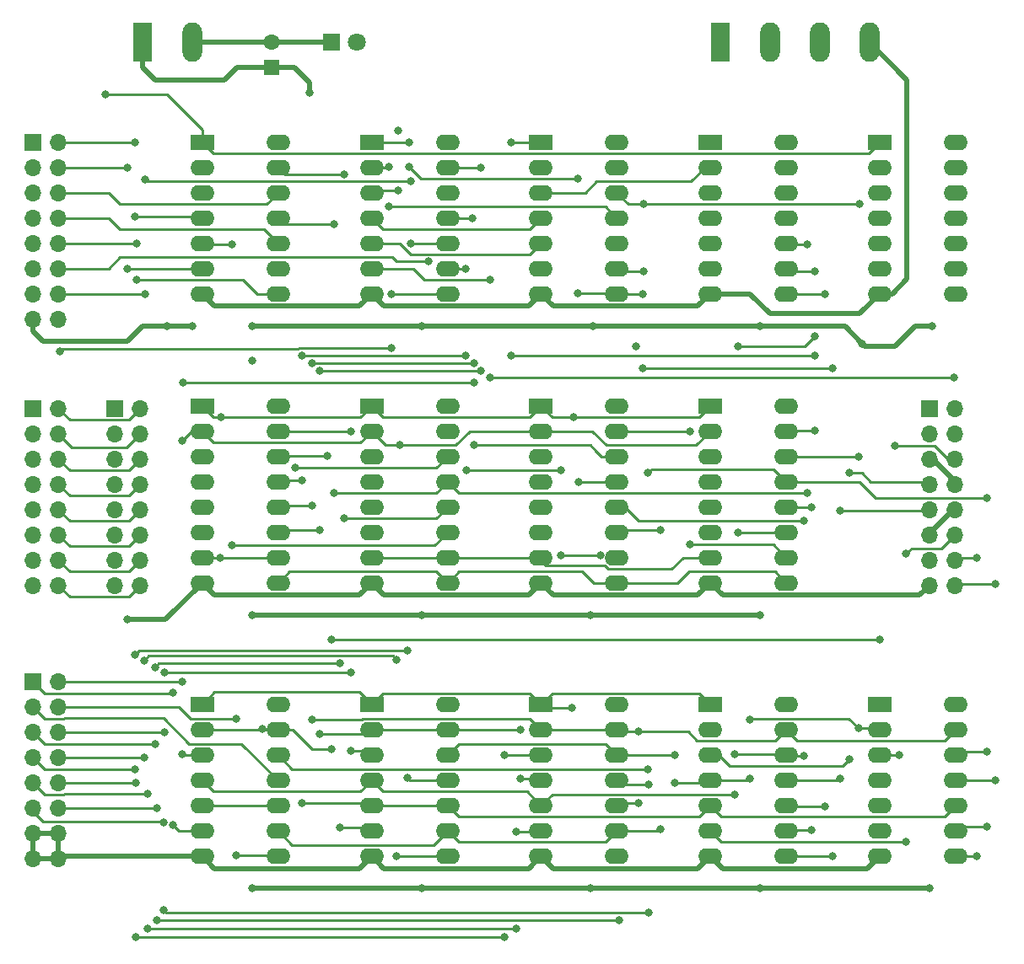
<source format=gbr>
%TF.GenerationSoftware,KiCad,Pcbnew,(5.1.9)-1*%
%TF.CreationDate,2022-02-24T19:51:08-05:00*%
%TF.ProjectId,exorcisortry2,65786f72-6369-4736-9f72-747279322e6b,rev?*%
%TF.SameCoordinates,Original*%
%TF.FileFunction,Copper,L2,Bot*%
%TF.FilePolarity,Positive*%
%FSLAX46Y46*%
G04 Gerber Fmt 4.6, Leading zero omitted, Abs format (unit mm)*
G04 Created by KiCad (PCBNEW (5.1.9)-1) date 2022-02-24 19:51:08*
%MOMM*%
%LPD*%
G01*
G04 APERTURE LIST*
%TA.AperFunction,ComponentPad*%
%ADD10O,1.700000X1.700000*%
%TD*%
%TA.AperFunction,ComponentPad*%
%ADD11R,1.700000X1.700000*%
%TD*%
%TA.AperFunction,ComponentPad*%
%ADD12O,2.400000X1.600000*%
%TD*%
%TA.AperFunction,ComponentPad*%
%ADD13R,2.400000X1.600000*%
%TD*%
%TA.AperFunction,ComponentPad*%
%ADD14R,1.980000X3.960000*%
%TD*%
%TA.AperFunction,ComponentPad*%
%ADD15O,1.980000X3.960000*%
%TD*%
%TA.AperFunction,ComponentPad*%
%ADD16R,1.800000X1.800000*%
%TD*%
%TA.AperFunction,ComponentPad*%
%ADD17C,1.800000*%
%TD*%
%TA.AperFunction,ComponentPad*%
%ADD18C,1.600000*%
%TD*%
%TA.AperFunction,ComponentPad*%
%ADD19R,1.600000X1.600000*%
%TD*%
%TA.AperFunction,ViaPad*%
%ADD20C,0.800000*%
%TD*%
%TA.AperFunction,Conductor*%
%ADD21C,0.500000*%
%TD*%
%TA.AperFunction,Conductor*%
%ADD22C,0.250000*%
%TD*%
G04 APERTURE END LIST*
D10*
%TO.P,J3,16*%
%TO.N,Net-(J3-Pad16)*%
X144540000Y-90750000D03*
%TO.P,J3,15*%
%TO.N,Net-(J3-Pad15)*%
X144540000Y-93290000D03*
%TO.P,J3,14*%
%TO.N,Net-(J3-Pad14)*%
X144540000Y-95830000D03*
%TO.P,J3,13*%
%TO.N,GND*%
X144540000Y-98370000D03*
%TO.P,J3,12*%
X144540000Y-100910000D03*
%TO.P,J3,11*%
%TO.N,Net-(J3-Pad11)*%
X144540000Y-103450000D03*
%TO.P,J3,10*%
%TO.N,Net-(J3-Pad10)*%
X144540000Y-105990000D03*
%TO.P,J3,9*%
%TO.N,Net-(J3-Pad9)*%
X144540000Y-108530000D03*
%TO.P,J3,8*%
%TO.N,GND*%
X142000000Y-108530000D03*
%TO.P,J3,7*%
X142000000Y-105990000D03*
%TO.P,J3,6*%
X142000000Y-103450000D03*
%TO.P,J3,5*%
%TO.N,Net-(J3-Pad5)*%
X142000000Y-100910000D03*
%TO.P,J3,4*%
%TO.N,Net-(J3-Pad4)*%
X142000000Y-98370000D03*
%TO.P,J3,3*%
%TO.N,GND*%
X142000000Y-95830000D03*
%TO.P,J3,2*%
X142000000Y-93290000D03*
D11*
%TO.P,J3,1*%
X142000000Y-90750000D03*
%TD*%
D10*
%TO.P,J3,16*%
%TO.N,Net-(J3_2-Pad16)*%
X62790000Y-90750000D03*
%TO.P,J3,15*%
%TO.N,Net-(J3_2-Pad15)*%
X62790000Y-93290000D03*
%TO.P,J3,14*%
%TO.N,Net-(J3_2-Pad14)*%
X62790000Y-95830000D03*
%TO.P,J3,13*%
%TO.N,Net-(J3_2-Pad13)*%
X62790000Y-98370000D03*
%TO.P,J3,12*%
%TO.N,Net-(J3_2-Pad12)*%
X62790000Y-100910000D03*
%TO.P,J3,11*%
%TO.N,Net-(J3_2-Pad11)*%
X62790000Y-103450000D03*
%TO.P,J3,10*%
%TO.N,Net-(J3_2-Pad10)*%
X62790000Y-105990000D03*
%TO.P,J3,9*%
%TO.N,Net-(J3_2-Pad9)*%
X62790000Y-108530000D03*
%TO.P,J3,8*%
%TO.N,Net-(J3_2-Pad8)*%
X60250000Y-108530000D03*
%TO.P,J3,7*%
%TO.N,Net-(J3_2-Pad7)*%
X60250000Y-105990000D03*
%TO.P,J3,6*%
%TO.N,Net-(J3_2-Pad6)*%
X60250000Y-103450000D03*
%TO.P,J3,5*%
%TO.N,Net-(J3_2-Pad5)*%
X60250000Y-100910000D03*
%TO.P,J3,4*%
%TO.N,Net-(J3_2-Pad4)*%
X60250000Y-98370000D03*
%TO.P,J3,3*%
%TO.N,Net-(J3_2-Pad3)*%
X60250000Y-95830000D03*
%TO.P,J3,2*%
%TO.N,Net-(J3_2-Pad2)*%
X60250000Y-93290000D03*
D11*
%TO.P,J3,1*%
%TO.N,Net-(J3_2-Pad1)*%
X60250000Y-90750000D03*
%TD*%
D12*
%TO.P,UB5,16*%
%TO.N,+5V*%
X127620000Y-90500000D03*
%TO.P,UB5,8*%
%TO.N,GND*%
X120000000Y-108280000D03*
%TO.P,UB5,15*%
%TO.N,Net-(UB5-Pad15)*%
X127620000Y-93040000D03*
%TO.P,UB5,7*%
%TO.N,Net-(UB2-Pad15)*%
X120000000Y-105740000D03*
%TO.P,UB5,14*%
%TO.N,Net-(UA3-Pad12)*%
X127620000Y-95580000D03*
%TO.P,UB5,6*%
%TO.N,Net-(UB5-Pad6)*%
X120000000Y-103200000D03*
%TO.P,UB5,13*%
%TO.N,Net-(UA2-Pad12)*%
X127620000Y-98120000D03*
%TO.P,UB5,5*%
%TO.N,Net-(UB5-Pad5)*%
X120000000Y-100660000D03*
%TO.P,UB5,12*%
%TO.N,Net-(UA5-Pad9)*%
X127620000Y-100660000D03*
%TO.P,UB5,4*%
%TO.N,Net-(UB5-Pad4)*%
X120000000Y-98120000D03*
%TO.P,UB5,11*%
%TO.N,Net-(UB5-Pad11)*%
X127620000Y-103200000D03*
%TO.P,UB5,3*%
%TO.N,Net-(UB5-Pad3)*%
X120000000Y-95580000D03*
%TO.P,UB5,10*%
%TO.N,Net-(UB4-Pad15)*%
X127620000Y-105740000D03*
%TO.P,UB5,2*%
%TO.N,Net-(UB2-Pad2)*%
X120000000Y-93040000D03*
%TO.P,UB5,9*%
%TO.N,Net-(R2-Pad1)*%
X127620000Y-108280000D03*
D13*
%TO.P,UB5,1*%
X120000000Y-90500000D03*
%TD*%
D14*
%TO.P,J5,1*%
%TO.N,Net-(J5-Pad1)*%
X121000000Y-54000000D03*
D15*
%TO.P,J5,2*%
%TO.N,Net-(J5-Pad2)*%
X126000000Y-54000000D03*
%TO.P,J5,4*%
%TO.N,GND*%
X136000000Y-54000000D03*
%TO.P,J5,3*%
%TO.N,Net-(J5-Pad2)*%
X131000000Y-54000000D03*
%TD*%
D14*
%TO.P,J4,1*%
%TO.N,+5V*%
X63000000Y-54000000D03*
D15*
%TO.P,J4,2*%
%TO.N,GND*%
X68000000Y-54000000D03*
%TD*%
D10*
%TO.P,J2,16*%
%TO.N,Net-(J2-Pad16)*%
X54540000Y-118220000D03*
%TO.P,J2,15*%
%TO.N,Net-(J2-Pad15)*%
X54540000Y-120760000D03*
%TO.P,J2,14*%
%TO.N,Net-(J2-Pad14)*%
X54540000Y-123300000D03*
%TO.P,J2,13*%
%TO.N,Net-(J2-Pad13)*%
X54540000Y-125840000D03*
%TO.P,J2,12*%
%TO.N,Net-(J2-Pad12)*%
X54540000Y-128380000D03*
%TO.P,J2,11*%
%TO.N,Net-(J2-Pad11)*%
X54540000Y-130920000D03*
%TO.P,J2,10*%
%TO.N,GND*%
X54540000Y-133460000D03*
%TO.P,J2,9*%
X54540000Y-136000000D03*
%TO.P,J2,8*%
X52000000Y-136000000D03*
%TO.P,J2,7*%
X52000000Y-133460000D03*
%TO.P,J2,6*%
%TO.N,Net-(J2-Pad6)*%
X52000000Y-130920000D03*
%TO.P,J2,5*%
%TO.N,Net-(J2-Pad5)*%
X52000000Y-128380000D03*
%TO.P,J2,4*%
%TO.N,Net-(J2-Pad4)*%
X52000000Y-125840000D03*
%TO.P,J2,3*%
%TO.N,Net-(J2-Pad3)*%
X52000000Y-123300000D03*
%TO.P,J2,2*%
%TO.N,Net-(J2-Pad2)*%
X52000000Y-120760000D03*
D11*
%TO.P,J2,1*%
%TO.N,Net-(J2-Pad1)*%
X52000000Y-118220000D03*
%TD*%
D10*
%TO.P,J3,16*%
%TO.N,Net-(J3_2-Pad16)*%
X54540000Y-90750000D03*
%TO.P,J3,15*%
%TO.N,Net-(J3_2-Pad15)*%
X54540000Y-93290000D03*
%TO.P,J3,14*%
%TO.N,Net-(J3_2-Pad14)*%
X54540000Y-95830000D03*
%TO.P,J3,13*%
%TO.N,Net-(J3_2-Pad13)*%
X54540000Y-98370000D03*
%TO.P,J3,12*%
%TO.N,Net-(J3_2-Pad12)*%
X54540000Y-100910000D03*
%TO.P,J3,11*%
%TO.N,Net-(J3_2-Pad11)*%
X54540000Y-103450000D03*
%TO.P,J3,10*%
%TO.N,Net-(J3_2-Pad10)*%
X54540000Y-105990000D03*
%TO.P,J3,9*%
%TO.N,Net-(J3_2-Pad9)*%
X54540000Y-108530000D03*
%TO.P,J3,8*%
%TO.N,Net-(J3_2-Pad8)*%
X52000000Y-108530000D03*
%TO.P,J3,7*%
%TO.N,Net-(J3_2-Pad7)*%
X52000000Y-105990000D03*
%TO.P,J3,6*%
%TO.N,Net-(J3_2-Pad6)*%
X52000000Y-103450000D03*
%TO.P,J3,5*%
%TO.N,Net-(J3_2-Pad5)*%
X52000000Y-100910000D03*
%TO.P,J3,4*%
%TO.N,Net-(J3_2-Pad4)*%
X52000000Y-98370000D03*
%TO.P,J3,3*%
%TO.N,Net-(J3_2-Pad3)*%
X52000000Y-95830000D03*
%TO.P,J3,2*%
%TO.N,Net-(J3_2-Pad2)*%
X52000000Y-93290000D03*
D11*
%TO.P,J3,1*%
%TO.N,Net-(J3_2-Pad1)*%
X52000000Y-90750000D03*
%TD*%
D10*
%TO.P,J1,16*%
%TO.N,Net-(J1-Pad16)*%
X54540000Y-64000000D03*
%TO.P,J1,15*%
%TO.N,Net-(J1-Pad15)*%
X54540000Y-66540000D03*
%TO.P,J1,14*%
%TO.N,Net-(J1-Pad14)*%
X54540000Y-69080000D03*
%TO.P,J1,13*%
%TO.N,Net-(J1-Pad13)*%
X54540000Y-71620000D03*
%TO.P,J1,12*%
%TO.N,Net-(J1-Pad12)*%
X54540000Y-74160000D03*
%TO.P,J1,11*%
%TO.N,Net-(J1-Pad11)*%
X54540000Y-76700000D03*
%TO.P,J1,10*%
%TO.N,Net-(J1-Pad10)*%
X54540000Y-79240000D03*
%TO.P,J1,9*%
%TO.N,Net-(J1-Pad9)*%
X54540000Y-81780000D03*
%TO.P,J1,8*%
%TO.N,GND*%
X52000000Y-81780000D03*
%TO.P,J1,7*%
X52000000Y-79240000D03*
%TO.P,J1,6*%
X52000000Y-76700000D03*
%TO.P,J1,5*%
X52000000Y-74160000D03*
%TO.P,J1,4*%
X52000000Y-71620000D03*
%TO.P,J1,3*%
X52000000Y-69080000D03*
%TO.P,J1,2*%
X52000000Y-66540000D03*
D11*
%TO.P,J1,1*%
X52000000Y-64000000D03*
%TD*%
D12*
%TO.P,UB3,16*%
%TO.N,+5V*%
X93620000Y-90500000D03*
%TO.P,UB3,8*%
%TO.N,GND*%
X86000000Y-108280000D03*
%TO.P,UB3,15*%
%TO.N,Net-(UB3-Pad15)*%
X93620000Y-93040000D03*
%TO.P,UB3,7*%
%TO.N,Net-(UB2-Pad15)*%
X86000000Y-105740000D03*
%TO.P,UB3,14*%
%TO.N,Net-(UB3-Pad14)*%
X93620000Y-95580000D03*
%TO.P,UB3,6*%
%TO.N,Net-(UB3-Pad6)*%
X86000000Y-103200000D03*
%TO.P,UB3,13*%
%TO.N,Net-(UB3-Pad13)*%
X93620000Y-98120000D03*
%TO.P,UB3,5*%
%TO.N,Net-(UB3-Pad5)*%
X86000000Y-100660000D03*
%TO.P,UB3,12*%
%TO.N,Net-(UB3-Pad12)*%
X93620000Y-100660000D03*
%TO.P,UB3,4*%
%TO.N,Net-(UB3-Pad4)*%
X86000000Y-98120000D03*
%TO.P,UB3,11*%
%TO.N,Net-(UB3-Pad11)*%
X93620000Y-103200000D03*
%TO.P,UB3,3*%
%TO.N,Net-(UB3-Pad3)*%
X86000000Y-95580000D03*
%TO.P,UB3,10*%
%TO.N,Net-(UB2-Pad15)*%
X93620000Y-105740000D03*
%TO.P,UB3,2*%
%TO.N,Net-(UB2-Pad2)*%
X86000000Y-93040000D03*
%TO.P,UB3,9*%
%TO.N,Net-(R2-Pad1)*%
X93620000Y-108280000D03*
D13*
%TO.P,UB3,1*%
X86000000Y-90500000D03*
%TD*%
D12*
%TO.P,UA5,14*%
%TO.N,+5V*%
X127620000Y-120500000D03*
%TO.P,UA5,7*%
%TO.N,GND*%
X120000000Y-135740000D03*
%TO.P,UA5,13*%
%TO.N,Net-(UA4-Pad10)*%
X127620000Y-123040000D03*
%TO.P,UA5,6*%
%TO.N,Net-(J3-Pad11)*%
X120000000Y-133200000D03*
%TO.P,UA5,12*%
%TO.N,Net-(UA2-Pad4)*%
X127620000Y-125580000D03*
%TO.P,UA5,5*%
%TO.N,Net-(UA3-Pad10)*%
X120000000Y-130660000D03*
%TO.P,UA5,11*%
%TO.N,Net-(J3-Pad5)*%
X127620000Y-128120000D03*
%TO.P,UA5,4*%
%TO.N,Net-(UA3-Pad12)*%
X120000000Y-128120000D03*
%TO.P,UA5,10*%
%TO.N,Net-(UA5-Pad10)*%
X127620000Y-130660000D03*
%TO.P,UA5,3*%
%TO.N,Net-(J3-Pad4)*%
X120000000Y-125580000D03*
%TO.P,UA5,9*%
%TO.N,Net-(UA5-Pad9)*%
X127620000Y-133200000D03*
%TO.P,UA5,2*%
%TO.N,Net-(UA3-Pad10)*%
X120000000Y-123040000D03*
%TO.P,UA5,8*%
%TO.N,Net-(UA5-Pad8)*%
X127620000Y-135740000D03*
D13*
%TO.P,UA5,1*%
%TO.N,Net-(UA2-Pad1)*%
X120000000Y-120500000D03*
%TD*%
D12*
%TO.P,UC6,14*%
%TO.N,+5V*%
X144620000Y-64000000D03*
%TO.P,UC6,7*%
%TO.N,GND*%
X137000000Y-79240000D03*
%TO.P,UC6,13*%
%TO.N,N/C*%
X144620000Y-66540000D03*
%TO.P,UC6,6*%
X137000000Y-76700000D03*
%TO.P,UC6,12*%
X144620000Y-69080000D03*
%TO.P,UC6,5*%
X137000000Y-74160000D03*
%TO.P,UC6,11*%
X144620000Y-71620000D03*
%TO.P,UC6,4*%
X137000000Y-71620000D03*
%TO.P,UC6,10*%
X144620000Y-74160000D03*
%TO.P,UC6,3*%
X137000000Y-69080000D03*
%TO.P,UC6,9*%
X144620000Y-76700000D03*
%TO.P,UC6,2*%
%TO.N,Net-(R1-Pad2)*%
X137000000Y-66540000D03*
%TO.P,UC6,8*%
%TO.N,N/C*%
X144620000Y-79240000D03*
D13*
%TO.P,UC6,1*%
%TO.N,Net-(C2-Pad1)*%
X137000000Y-64000000D03*
%TD*%
D12*
%TO.P,UC5,14*%
%TO.N,+5V*%
X127620000Y-64000000D03*
%TO.P,UC5,7*%
%TO.N,GND*%
X120000000Y-79240000D03*
%TO.P,UC5,13*%
%TO.N,N/C*%
X127620000Y-66540000D03*
%TO.P,UC5,6*%
X120000000Y-76700000D03*
%TO.P,UC5,12*%
X127620000Y-69080000D03*
%TO.P,UC5,5*%
X120000000Y-74160000D03*
%TO.P,UC5,11*%
X127620000Y-71620000D03*
%TO.P,UC5,4*%
X120000000Y-71620000D03*
%TO.P,UC5,10*%
%TO.N,Net-(UB3-Pad13)*%
X127620000Y-74160000D03*
%TO.P,UC5,3*%
%TO.N,Net-(J5-Pad1)*%
X120000000Y-69080000D03*
%TO.P,UC5,9*%
%TO.N,Net-(UB5-Pad11)*%
X127620000Y-76700000D03*
%TO.P,UC5,2*%
%TO.N,Net-(UC4-Pad3)*%
X120000000Y-66540000D03*
%TO.P,UC5,8*%
%TO.N,Net-(UA5-Pad10)*%
X127620000Y-79240000D03*
D13*
%TO.P,UC5,1*%
%TO.N,Net-(UC4-Pad3)*%
X120000000Y-64000000D03*
%TD*%
D12*
%TO.P,UC4,14*%
%TO.N,+5V*%
X110620000Y-64000000D03*
%TO.P,UC4,7*%
%TO.N,GND*%
X103000000Y-79240000D03*
%TO.P,UC4,13*%
%TO.N,Net-(R2-Pad1)*%
X110620000Y-66540000D03*
%TO.P,UC4,6*%
%TO.N,Net-(UC4-Pad6)*%
X103000000Y-76700000D03*
%TO.P,UC4,12*%
%TO.N,Net-(R1-Pad2)*%
X110620000Y-69080000D03*
%TO.P,UC4,5*%
%TO.N,Net-(UC2-Pad5)*%
X103000000Y-74160000D03*
%TO.P,UC4,11*%
%TO.N,Net-(UC2-Pad2)*%
X110620000Y-71620000D03*
%TO.P,UC4,4*%
%TO.N,Net-(UC2-Pad4)*%
X103000000Y-71620000D03*
%TO.P,UC4,10*%
%TO.N,Net-(R2-Pad1)*%
X110620000Y-74160000D03*
%TO.P,UC4,3*%
%TO.N,Net-(UC4-Pad3)*%
X103000000Y-69080000D03*
%TO.P,UC4,9*%
%TO.N,Net-(R1-Pad2)*%
X110620000Y-76700000D03*
%TO.P,UC4,2*%
%TO.N,Net-(UC4-Pad2)*%
X103000000Y-66540000D03*
%TO.P,UC4,8*%
%TO.N,Net-(UA5-Pad8)*%
X110620000Y-79240000D03*
D13*
%TO.P,UC4,1*%
%TO.N,Net-(UB5-Pad15)*%
X103000000Y-64000000D03*
%TD*%
D12*
%TO.P,UC3,14*%
%TO.N,+5V*%
X76620000Y-64000000D03*
%TO.P,UC3,7*%
%TO.N,GND*%
X69000000Y-79240000D03*
%TO.P,UC3,13*%
%TO.N,Net-(UB3-Pad12)*%
X76620000Y-66540000D03*
%TO.P,UC3,6*%
%TO.N,Net-(J1-Pad15)*%
X69000000Y-76700000D03*
%TO.P,UC3,12*%
%TO.N,Net-(J1-Pad14)*%
X76620000Y-69080000D03*
%TO.P,UC3,5*%
%TO.N,Net-(UB3-Pad11)*%
X69000000Y-74160000D03*
%TO.P,UC3,11*%
%TO.N,Net-(UB3-Pad13)*%
X76620000Y-71620000D03*
%TO.P,UC3,4*%
%TO.N,Net-(J1-Pad16)*%
X69000000Y-71620000D03*
%TO.P,UC3,10*%
%TO.N,Net-(J1-Pad13)*%
X76620000Y-74160000D03*
%TO.P,UC3,3*%
%TO.N,Net-(UB4-Pad14)*%
X69000000Y-69080000D03*
%TO.P,UC3,9*%
%TO.N,Net-(UB3-Pad14)*%
X76620000Y-76700000D03*
%TO.P,UC3,2*%
%TO.N,Net-(UB2-Pad2)*%
X69000000Y-66540000D03*
%TO.P,UC3,8*%
%TO.N,Net-(J1-Pad12)*%
X76620000Y-79240000D03*
D13*
%TO.P,UC3,1*%
%TO.N,Net-(C2-Pad1)*%
X69000000Y-64000000D03*
%TD*%
D12*
%TO.P,UC2,14*%
%TO.N,+5V*%
X93620000Y-64000000D03*
%TO.P,UC2,7*%
%TO.N,GND*%
X86000000Y-79240000D03*
%TO.P,UC2,13*%
%TO.N,Net-(UA3-Pad13)*%
X93620000Y-66540000D03*
%TO.P,UC2,6*%
%TO.N,Net-(J3-Pad16)*%
X86000000Y-76700000D03*
%TO.P,UC2,12*%
%TO.N,Net-(J1-Pad11)*%
X93620000Y-69080000D03*
%TO.P,UC2,5*%
%TO.N,Net-(UC2-Pad5)*%
X86000000Y-74160000D03*
%TO.P,UC2,11*%
%TO.N,Net-(UA4-Pad10)*%
X93620000Y-71620000D03*
%TO.P,UC2,4*%
%TO.N,Net-(UC2-Pad4)*%
X86000000Y-71620000D03*
%TO.P,UC2,10*%
%TO.N,Net-(J1-Pad10)*%
X93620000Y-74160000D03*
%TO.P,UC2,3*%
%TO.N,Net-(UB5-Pad15)*%
X86000000Y-69080000D03*
%TO.P,UC2,9*%
%TO.N,Net-(UA3-Pad10)*%
X93620000Y-76700000D03*
%TO.P,UC2,2*%
%TO.N,Net-(UC2-Pad2)*%
X86000000Y-66540000D03*
%TO.P,UC2,8*%
%TO.N,Net-(J1-Pad9)*%
X93620000Y-79240000D03*
D13*
%TO.P,UC2,1*%
%TO.N,Net-(UA5-Pad8)*%
X86000000Y-64000000D03*
%TD*%
D12*
%TO.P,UB4,16*%
%TO.N,+5V*%
X110620000Y-90500000D03*
%TO.P,UB4,8*%
%TO.N,GND*%
X103000000Y-108280000D03*
%TO.P,UB4,15*%
%TO.N,Net-(UB4-Pad15)*%
X110620000Y-93040000D03*
%TO.P,UB4,7*%
%TO.N,Net-(UB2-Pad15)*%
X103000000Y-105740000D03*
%TO.P,UB4,14*%
%TO.N,Net-(UB4-Pad14)*%
X110620000Y-95580000D03*
%TO.P,UB4,6*%
%TO.N,Net-(UB4-Pad6)*%
X103000000Y-103200000D03*
%TO.P,UB4,13*%
%TO.N,Net-(UA2-Pad1)*%
X110620000Y-98120000D03*
%TO.P,UB4,5*%
%TO.N,Net-(UB4-Pad5)*%
X103000000Y-100660000D03*
%TO.P,UB4,12*%
%TO.N,Net-(UA2-Pad4)*%
X110620000Y-100660000D03*
%TO.P,UB4,4*%
%TO.N,Net-(UB4-Pad4)*%
X103000000Y-98120000D03*
%TO.P,UB4,11*%
%TO.N,Net-(UA2-Pad9)*%
X110620000Y-103200000D03*
%TO.P,UB4,3*%
%TO.N,Net-(UB4-Pad3)*%
X103000000Y-95580000D03*
%TO.P,UB4,10*%
%TO.N,Net-(UB3-Pad15)*%
X110620000Y-105740000D03*
%TO.P,UB4,2*%
%TO.N,Net-(UB2-Pad2)*%
X103000000Y-93040000D03*
%TO.P,UB4,9*%
%TO.N,Net-(R2-Pad1)*%
X110620000Y-108280000D03*
D13*
%TO.P,UB4,1*%
X103000000Y-90500000D03*
%TD*%
D12*
%TO.P,UB2,16*%
%TO.N,+5V*%
X76620000Y-90500000D03*
%TO.P,UB2,8*%
%TO.N,GND*%
X69000000Y-108280000D03*
%TO.P,UB2,15*%
%TO.N,Net-(UB2-Pad15)*%
X76620000Y-93040000D03*
%TO.P,UB2,7*%
%TO.N,Net-(R2-Pad1)*%
X69000000Y-105740000D03*
%TO.P,UB2,14*%
%TO.N,Net-(UA2-Pad10)*%
X76620000Y-95580000D03*
%TO.P,UB2,6*%
%TO.N,Net-(UB2-Pad6)*%
X69000000Y-103200000D03*
%TO.P,UB2,13*%
%TO.N,Net-(UA3-Pad10)*%
X76620000Y-98120000D03*
%TO.P,UB2,5*%
%TO.N,Net-(UB2-Pad5)*%
X69000000Y-100660000D03*
%TO.P,UB2,12*%
%TO.N,Net-(UA4-Pad10)*%
X76620000Y-100660000D03*
%TO.P,UB2,4*%
%TO.N,Net-(UB2-Pad4)*%
X69000000Y-98120000D03*
%TO.P,UB2,11*%
%TO.N,Net-(UA3-Pad13)*%
X76620000Y-103200000D03*
%TO.P,UB2,3*%
%TO.N,Net-(UB2-Pad3)*%
X69000000Y-95580000D03*
%TO.P,UB2,10*%
%TO.N,Net-(R2-Pad1)*%
X76620000Y-105740000D03*
%TO.P,UB2,2*%
%TO.N,Net-(UB2-Pad2)*%
X69000000Y-93040000D03*
%TO.P,UB2,9*%
%TO.N,Net-(R2-Pad1)*%
X76620000Y-108280000D03*
D13*
%TO.P,UB2,1*%
X69000000Y-90500000D03*
%TD*%
%TO.P,UA6,1*%
%TO.N,Net-(UA2-Pad10)*%
X137000000Y-120500000D03*
D12*
%TO.P,UA6,8*%
%TO.N,Net-(J3-Pad10)*%
X144620000Y-135740000D03*
%TO.P,UA6,2*%
%TO.N,Net-(UA3-Pad12)*%
X137000000Y-123040000D03*
%TO.P,UA6,9*%
%TO.N,Net-(UA2-Pad12)*%
X144620000Y-133200000D03*
%TO.P,UA6,3*%
%TO.N,Net-(J3-Pad14)*%
X137000000Y-125580000D03*
%TO.P,UA6,10*%
%TO.N,Net-(UA3-Pad10)*%
X144620000Y-130660000D03*
%TO.P,UA6,4*%
%TO.N,N/C*%
X137000000Y-128120000D03*
%TO.P,UA6,11*%
%TO.N,Net-(J3-Pad9)*%
X144620000Y-128120000D03*
%TO.P,UA6,5*%
%TO.N,N/C*%
X137000000Y-130660000D03*
%TO.P,UA6,12*%
%TO.N,Net-(UA2-Pad12)*%
X144620000Y-125580000D03*
%TO.P,UA6,6*%
%TO.N,N/C*%
X137000000Y-133200000D03*
%TO.P,UA6,13*%
%TO.N,Net-(UA4-Pad10)*%
X144620000Y-123040000D03*
%TO.P,UA6,7*%
%TO.N,GND*%
X137000000Y-135740000D03*
%TO.P,UA6,14*%
%TO.N,+5V*%
X144620000Y-120500000D03*
%TD*%
%TO.P,UA4,14*%
%TO.N,+5V*%
X110620000Y-120500000D03*
%TO.P,UA4,7*%
%TO.N,GND*%
X103000000Y-135740000D03*
%TO.P,UA4,13*%
%TO.N,Net-(UA4-Pad10)*%
X110620000Y-123040000D03*
%TO.P,UA4,6*%
%TO.N,Net-(J2-Pad5)*%
X103000000Y-133200000D03*
%TO.P,UA4,12*%
%TO.N,Net-(UA3-Pad12)*%
X110620000Y-125580000D03*
%TO.P,UA4,5*%
%TO.N,Net-(UA2-Pad4)*%
X103000000Y-130660000D03*
%TO.P,UA4,11*%
%TO.N,Net-(J2-Pad6)*%
X110620000Y-128120000D03*
%TO.P,UA4,4*%
%TO.N,Net-(UA3-Pad13)*%
X103000000Y-128120000D03*
%TO.P,UA4,10*%
%TO.N,Net-(UA4-Pad10)*%
X110620000Y-130660000D03*
%TO.P,UA4,3*%
%TO.N,Net-(J2-Pad12)*%
X103000000Y-125580000D03*
%TO.P,UA4,9*%
%TO.N,Net-(UA2-Pad9)*%
X110620000Y-133200000D03*
%TO.P,UA4,2*%
%TO.N,Net-(UA4-Pad10)*%
X103000000Y-123040000D03*
%TO.P,UA4,8*%
%TO.N,Net-(J2-Pad11)*%
X110620000Y-135740000D03*
D13*
%TO.P,UA4,1*%
%TO.N,Net-(UA2-Pad1)*%
X103000000Y-120500000D03*
%TD*%
D12*
%TO.P,UA3,14*%
%TO.N,+5V*%
X93620000Y-120500000D03*
%TO.P,UA3,7*%
%TO.N,GND*%
X86000000Y-135740000D03*
%TO.P,UA3,13*%
%TO.N,Net-(UA3-Pad13)*%
X93620000Y-123040000D03*
%TO.P,UA3,6*%
%TO.N,Net-(J2-Pad3)*%
X86000000Y-133200000D03*
%TO.P,UA3,12*%
%TO.N,Net-(UA3-Pad12)*%
X93620000Y-125580000D03*
%TO.P,UA3,5*%
%TO.N,Net-(UA3-Pad10)*%
X86000000Y-130660000D03*
%TO.P,UA3,11*%
%TO.N,Net-(J2-Pad4)*%
X93620000Y-128120000D03*
%TO.P,UA3,4*%
%TO.N,Net-(UA2-Pad4)*%
X86000000Y-128120000D03*
%TO.P,UA3,10*%
%TO.N,Net-(UA3-Pad10)*%
X93620000Y-130660000D03*
%TO.P,UA3,3*%
%TO.N,Net-(J2-Pad14)*%
X86000000Y-125580000D03*
%TO.P,UA3,9*%
%TO.N,Net-(UA2-Pad9)*%
X93620000Y-133200000D03*
%TO.P,UA3,2*%
%TO.N,Net-(UA3-Pad13)*%
X86000000Y-123040000D03*
%TO.P,UA3,8*%
%TO.N,Net-(J2-Pad13)*%
X93620000Y-135740000D03*
D13*
%TO.P,UA3,1*%
%TO.N,Net-(UA2-Pad1)*%
X86000000Y-120500000D03*
%TD*%
D12*
%TO.P,UA2,14*%
%TO.N,+5V*%
X76620000Y-120500000D03*
%TO.P,UA2,7*%
%TO.N,GND*%
X69000000Y-135740000D03*
%TO.P,UA2,13*%
%TO.N,Net-(UA2-Pad10)*%
X76620000Y-123040000D03*
%TO.P,UA2,6*%
%TO.N,Net-(J2-Pad1)*%
X69000000Y-133200000D03*
%TO.P,UA2,12*%
%TO.N,Net-(UA2-Pad12)*%
X76620000Y-125580000D03*
%TO.P,UA2,5*%
%TO.N,Net-(UA2-Pad10)*%
X69000000Y-130660000D03*
%TO.P,UA2,11*%
%TO.N,Net-(J2-Pad2)*%
X76620000Y-128120000D03*
%TO.P,UA2,4*%
%TO.N,Net-(UA2-Pad4)*%
X69000000Y-128120000D03*
%TO.P,UA2,10*%
%TO.N,Net-(UA2-Pad10)*%
X76620000Y-130660000D03*
%TO.P,UA2,3*%
%TO.N,Net-(J2-Pad16)*%
X69000000Y-125580000D03*
%TO.P,UA2,9*%
%TO.N,Net-(UA2-Pad9)*%
X76620000Y-133200000D03*
%TO.P,UA2,2*%
%TO.N,Net-(UA2-Pad10)*%
X69000000Y-123040000D03*
%TO.P,UA2,8*%
%TO.N,Net-(J2-Pad15)*%
X76620000Y-135740000D03*
D13*
%TO.P,UA2,1*%
%TO.N,Net-(UA2-Pad1)*%
X69000000Y-120500000D03*
%TD*%
D16*
%TO.P,D1,1*%
%TO.N,GND*%
X82000000Y-54000000D03*
D17*
%TO.P,D1,2*%
%TO.N,Net-(D1-Pad2)*%
X84540000Y-54000000D03*
%TD*%
D18*
%TO.P,C3,2*%
%TO.N,GND*%
X76000000Y-54000000D03*
D19*
%TO.P,C3,1*%
%TO.N,+5V*%
X76000000Y-56500000D03*
%TD*%
D20*
%TO.N,+5V*%
X74000000Y-86000000D03*
X142000000Y-139000000D03*
X125000000Y-139000000D03*
X108000000Y-139000000D03*
X91000000Y-139000000D03*
X74000000Y-139000000D03*
X125000000Y-111500000D03*
X108000000Y-111500000D03*
X91000000Y-111500000D03*
X74000000Y-111500000D03*
X108250000Y-82500000D03*
X91000000Y-82500000D03*
X125000000Y-82500000D03*
X142250000Y-82500000D03*
X135250000Y-84250000D03*
X74000000Y-82500000D03*
X79750000Y-59000000D03*
%TO.N,GND*%
X61500000Y-112000000D03*
X65500000Y-82500000D03*
X68000000Y-82500000D03*
%TO.N,Net-(C2-Pad1)*%
X59250000Y-59250000D03*
%TO.N,Net-(J1-Pad16)*%
X62250000Y-64000000D03*
X62250000Y-71500000D03*
%TO.N,Net-(J1-Pad15)*%
X61460000Y-66540000D03*
X61460000Y-76710000D03*
%TO.N,Net-(J1-Pad12)*%
X62410000Y-74160000D03*
X62410000Y-77840000D03*
%TO.N,Net-(J1-Pad11)*%
X91750000Y-76000000D03*
%TO.N,Net-(J1-Pad10)*%
X63240000Y-79240000D03*
X63240000Y-67760000D03*
X89954990Y-67954990D03*
X89954990Y-74204990D03*
%TO.N,Net-(J1-Pad9)*%
X87974999Y-84724999D03*
X87974999Y-79275001D03*
X54750000Y-85000000D03*
%TO.N,Net-(J2-Pad16)*%
X66970000Y-118220000D03*
X66970000Y-125470000D03*
%TO.N,Net-(J2-Pad15)*%
X72414990Y-121914990D03*
X72414990Y-135664990D03*
%TO.N,Net-(J2-Pad14)*%
X65200000Y-123300000D03*
X65200000Y-117300000D03*
X83950000Y-117300000D03*
X83950000Y-125200000D03*
%TO.N,Net-(J2-Pad6)*%
X65165010Y-132334990D03*
X65165010Y-141165010D03*
X113800000Y-141400000D03*
X113834990Y-128584990D03*
%TO.N,Net-(J2-Pad13)*%
X63160000Y-125840000D03*
X63160000Y-116090000D03*
X88500000Y-116000000D03*
X88500000Y-135750000D03*
%TO.N,Net-(J2-Pad5)*%
X63494990Y-129505010D03*
X63494990Y-143005010D03*
X100494990Y-143005010D03*
X100494990Y-133255010D03*
%TO.N,Net-(J2-Pad12)*%
X62370000Y-128380000D03*
X62370000Y-143880000D03*
X99370000Y-143880000D03*
X99370000Y-125630000D03*
%TO.N,Net-(J2-Pad4)*%
X62250000Y-127000000D03*
X62250000Y-115500000D03*
X89600001Y-115100001D03*
X89600001Y-127850001D03*
%TO.N,Net-(J2-Pad11)*%
X64420000Y-130920000D03*
X64420000Y-142170000D03*
X110830000Y-142170000D03*
%TO.N,Net-(J2-Pad3)*%
X64250000Y-124500000D03*
X64250000Y-116750000D03*
X82850001Y-116350001D03*
X82850001Y-132850001D03*
%TO.N,Net-(J2-Pad1)*%
X66095010Y-119345010D03*
X66095010Y-132654990D03*
%TO.N,Net-(J3-Pad16)*%
X97924990Y-77825010D03*
X97924990Y-87674990D03*
X144424990Y-87674990D03*
%TO.N,Net-(J3-Pad14)*%
X138500000Y-94500000D03*
X138920000Y-125580000D03*
%TO.N,Net-(J3-Pad5)*%
X133000000Y-128000000D03*
X133000000Y-101000000D03*
%TO.N,Net-(J3-Pad4)*%
X134000000Y-97250000D03*
X134000000Y-126000000D03*
%TO.N,Net-(J3-Pad11)*%
X139674990Y-134325010D03*
X139674990Y-105325010D03*
%TO.N,Net-(J3-Pad10)*%
X146740000Y-105740000D03*
X146740000Y-135740000D03*
%TO.N,Net-(J3-Pad9)*%
X148630000Y-128120000D03*
X148630000Y-108370000D03*
%TO.N,Net-(R1-Pad2)*%
X134955010Y-70205010D03*
X113294990Y-70205010D03*
X113294990Y-76955010D03*
%TO.N,Net-(R2-Pad1)*%
X106250000Y-91625010D03*
X70874990Y-91625010D03*
X70760000Y-105740000D03*
%TO.N,Net-(UA2-Pad10)*%
X75000000Y-123000000D03*
X82000000Y-125000000D03*
X82000000Y-114000000D03*
X137000000Y-114000000D03*
X81520009Y-95520009D03*
%TO.N,Net-(UA2-Pad12)*%
X147754990Y-99750000D03*
X147754990Y-125245010D03*
X147754990Y-132754990D03*
X113744990Y-126994990D03*
X113744990Y-97255010D03*
%TO.N,Net-(UA2-Pad4)*%
X129425010Y-102074990D03*
X129425010Y-125675010D03*
X122465010Y-129534990D03*
X122465010Y-125534990D03*
%TO.N,Net-(UA2-Pad9)*%
X115000000Y-133000000D03*
X115000000Y-103000000D03*
%TO.N,Net-(UA2-Pad1)*%
X106750000Y-98120000D03*
X106120000Y-120880000D03*
%TO.N,Net-(UA3-Pad13)*%
X96960000Y-66540000D03*
X97000000Y-87000000D03*
X80750000Y-87000000D03*
X80750000Y-103000000D03*
X80750000Y-123500000D03*
X100960000Y-123040000D03*
X100960000Y-127960000D03*
%TO.N,Net-(UA3-Pad12)*%
X134920000Y-95580000D03*
X134920000Y-122920000D03*
X116420000Y-125580000D03*
X116420000Y-128420000D03*
X124000000Y-128000000D03*
X124000000Y-122000000D03*
%TO.N,Net-(UA3-Pad10)*%
X95450000Y-76700000D03*
X95450000Y-85450000D03*
X79050000Y-85450000D03*
X79050000Y-97950000D03*
X79050000Y-130450000D03*
%TO.N,Net-(UA4-Pad10)*%
X96130000Y-71620000D03*
X96250000Y-86250000D03*
X80000000Y-86250000D03*
X80000000Y-100500000D03*
X80000000Y-122000000D03*
X112834990Y-123250000D03*
X112834990Y-130415010D03*
%TO.N,Net-(UA5-Pad10)*%
X131490000Y-79240000D03*
X131490000Y-130740000D03*
%TO.N,Net-(UA5-Pad9)*%
X130160000Y-100660000D03*
X130160000Y-133090000D03*
%TO.N,Net-(UA5-Pad8)*%
X89750000Y-64000000D03*
X89750000Y-66500000D03*
X106665010Y-67665010D03*
X106665010Y-79165010D03*
X113240000Y-79240000D03*
X113240000Y-86760000D03*
X132240000Y-86760000D03*
X132240000Y-135740000D03*
%TO.N,Net-(UB2-Pad15)*%
X83960000Y-93040000D03*
%TO.N,Net-(UB2-Pad2)*%
X88795010Y-94454990D03*
X67000000Y-94000000D03*
%TO.N,Net-(UB3-Pad15)*%
X109000000Y-105500000D03*
X105000000Y-105500000D03*
X105000000Y-97000000D03*
X95505010Y-96994990D03*
%TO.N,Net-(UB3-Pad14)*%
X78294990Y-96705010D03*
%TO.N,Net-(UB3-Pad13)*%
X82245010Y-99245010D03*
X82245010Y-72245010D03*
X129754990Y-99245010D03*
X129754990Y-74245010D03*
%TO.N,Net-(UB3-Pad12)*%
X83214990Y-101785010D03*
X83214990Y-67214990D03*
%TO.N,Net-(UB3-Pad11)*%
X72000000Y-104500000D03*
X72000000Y-74250000D03*
%TO.N,Net-(UB4-Pad15)*%
X117960000Y-93040000D03*
X117960000Y-104460000D03*
%TO.N,Net-(UB4-Pad14)*%
X96295010Y-94454990D03*
X96295010Y-88204990D03*
X67045010Y-88204990D03*
%TO.N,Net-(UB5-Pad15)*%
X88625010Y-62874990D03*
X88625010Y-68874990D03*
X130500000Y-93000000D03*
X130500000Y-85500000D03*
X100000000Y-85500000D03*
X100000000Y-64000000D03*
%TO.N,Net-(UB5-Pad11)*%
X122800000Y-103200000D03*
X122800000Y-84550000D03*
X130500000Y-83500000D03*
X130500000Y-77000000D03*
%TO.N,Net-(UC2-Pad2)*%
X87750000Y-66500000D03*
X112500000Y-84500000D03*
X87755010Y-70494990D03*
%TD*%
D21*
%TO.N,+5V*%
X140562500Y-82500000D02*
X142000000Y-82500000D01*
X74000000Y-111500000D02*
X74000000Y-111500000D01*
X142000000Y-82500000D02*
X142250000Y-82500000D01*
X76000000Y-56000000D02*
X76000000Y-56500000D01*
X93620000Y-64000000D02*
X93620000Y-63880000D01*
X110620000Y-64000000D02*
X110620000Y-63880000D01*
X127620000Y-64000000D02*
X127620000Y-63880000D01*
X138562500Y-84500000D02*
X140562500Y-82500000D01*
X108000000Y-82500000D02*
X108250000Y-82500000D01*
X91000000Y-82500000D02*
X91000000Y-82500000D01*
X125000000Y-82500000D02*
X125000000Y-82500000D01*
X135250000Y-84250000D02*
X135500000Y-84500000D01*
X74000000Y-82500000D02*
X74000000Y-82500000D01*
X76000000Y-56500000D02*
X78250000Y-56500000D01*
X78250000Y-56500000D02*
X79750000Y-58000000D01*
X79750000Y-58000000D02*
X79750000Y-59000000D01*
X76000000Y-56500000D02*
X72500000Y-56500000D01*
X72500000Y-56500000D02*
X71250000Y-57750000D01*
X71250000Y-57750000D02*
X64250000Y-57750000D01*
X63000000Y-56500000D02*
X63000000Y-54000000D01*
X64250000Y-57750000D02*
X63000000Y-56500000D01*
X79750000Y-59000000D02*
X79750000Y-59000000D01*
X74000000Y-139000000D02*
X91000000Y-139000000D01*
X91000000Y-139000000D02*
X108000000Y-139000000D01*
X108000000Y-139000000D02*
X125000000Y-139000000D01*
X125000000Y-139000000D02*
X142000000Y-139000000D01*
X125000000Y-111500000D02*
X108000000Y-111500000D01*
X108000000Y-111500000D02*
X91000000Y-111500000D01*
X91000000Y-111500000D02*
X74000000Y-111500000D01*
X135500000Y-84500000D02*
X138562500Y-84500000D01*
X125000000Y-82500000D02*
X108250000Y-82500000D01*
X108250000Y-82500000D02*
X91000000Y-82500000D01*
X91000000Y-82500000D02*
X74000000Y-82500000D01*
X133500000Y-82500000D02*
X135250000Y-84250000D01*
X125000000Y-82500000D02*
X133500000Y-82500000D01*
%TO.N,GND*%
X69437500Y-108717500D02*
X69000000Y-108280000D01*
X142080000Y-95580000D02*
X144620000Y-98120000D01*
X142080000Y-103200000D02*
X144620000Y-100660000D01*
X75500000Y-54000000D02*
X76000000Y-53500000D01*
X81500000Y-53500000D02*
X82000000Y-54000000D01*
X84749990Y-80490010D02*
X86000000Y-79240000D01*
X70250010Y-80490010D02*
X84749990Y-80490010D01*
X69000000Y-79240000D02*
X70250010Y-80490010D01*
X101749990Y-80490010D02*
X103000000Y-79240000D01*
X87250010Y-80490010D02*
X101749990Y-80490010D01*
X86000000Y-79240000D02*
X87250010Y-80490010D01*
X118749990Y-80490010D02*
X120000000Y-79240000D01*
X104250010Y-80490010D02*
X118749990Y-80490010D01*
X103000000Y-79240000D02*
X104250010Y-80490010D01*
X120000000Y-79240000D02*
X123990000Y-79240000D01*
X123990000Y-79240000D02*
X126000000Y-81250000D01*
X134990000Y-81250000D02*
X137000000Y-79240000D01*
X126000000Y-81250000D02*
X134990000Y-81250000D01*
X84749990Y-109530010D02*
X86000000Y-108280000D01*
X70250010Y-109530010D02*
X84749990Y-109530010D01*
X69000000Y-108280000D02*
X70250010Y-109530010D01*
X101749990Y-109530010D02*
X103000000Y-108280000D01*
X87250010Y-109530010D02*
X101749990Y-109530010D01*
X86000000Y-108280000D02*
X87250010Y-109530010D01*
X118749990Y-109530010D02*
X120000000Y-108280000D01*
X104250010Y-109530010D02*
X118749990Y-109530010D01*
X103000000Y-108280000D02*
X104250010Y-109530010D01*
X68740000Y-136000000D02*
X69000000Y-135740000D01*
X84749990Y-136990010D02*
X86000000Y-135740000D01*
X70250010Y-136990010D02*
X84749990Y-136990010D01*
X69000000Y-135740000D02*
X70250010Y-136990010D01*
X101749990Y-136990010D02*
X103000000Y-135740000D01*
X87250010Y-136990010D02*
X101749990Y-136990010D01*
X86000000Y-135740000D02*
X87250010Y-136990010D01*
X118749990Y-136990010D02*
X120000000Y-135740000D01*
X104250010Y-136990010D02*
X118749990Y-136990010D01*
X103000000Y-135740000D02*
X104250010Y-136990010D01*
X135749990Y-136990010D02*
X137000000Y-135740000D01*
X121250010Y-136990010D02*
X135749990Y-136990010D01*
X120000000Y-135740000D02*
X121250010Y-136990010D01*
X54800000Y-135740000D02*
X54540000Y-136000000D01*
X69000000Y-135740000D02*
X54800000Y-135740000D01*
X54540000Y-136000000D02*
X52000000Y-136000000D01*
X52000000Y-136000000D02*
X52000000Y-133460000D01*
X52000000Y-133460000D02*
X54540000Y-133460000D01*
X54540000Y-133460000D02*
X54540000Y-136000000D01*
X68000000Y-54000000D02*
X82000000Y-54000000D01*
X137000000Y-79240000D02*
X138260000Y-79240000D01*
X138260000Y-79240000D02*
X139750000Y-77750000D01*
X139750000Y-57750000D02*
X136000000Y-54000000D01*
X139750000Y-77750000D02*
X139750000Y-57750000D01*
X65280000Y-112000000D02*
X69000000Y-108280000D01*
X61500000Y-112000000D02*
X65280000Y-112000000D01*
X52000000Y-83000000D02*
X52000000Y-81780000D01*
X53000000Y-84000000D02*
X52000000Y-83000000D01*
X61500000Y-84000000D02*
X53000000Y-84000000D01*
X63000000Y-82500000D02*
X61500000Y-84000000D01*
X68000000Y-82500000D02*
X68000000Y-82500000D01*
X68000000Y-82500000D02*
X63000000Y-82500000D01*
X140999990Y-109530010D02*
X142000000Y-108530000D01*
X121250010Y-109530010D02*
X140999990Y-109530010D01*
X120000000Y-108280000D02*
X121250010Y-109530010D01*
D22*
%TO.N,Net-(C2-Pad1)*%
X135874999Y-65125001D02*
X137000000Y-64000000D01*
X70125001Y-65125001D02*
X135874999Y-65125001D01*
X69000000Y-64000000D02*
X70125001Y-65125001D01*
X69000000Y-64000000D02*
X69000000Y-63500000D01*
X69000000Y-64000000D02*
X69000000Y-62750000D01*
X69000000Y-62750000D02*
X65500000Y-59250000D01*
X65500000Y-59250000D02*
X59250000Y-59250000D01*
X59250000Y-59250000D02*
X59250000Y-59250000D01*
%TO.N,Net-(J1-Pad16)*%
X59620000Y-64000000D02*
X62250000Y-64000000D01*
X62250000Y-64000000D02*
X62250000Y-64000000D01*
X68880000Y-71500000D02*
X69000000Y-71620000D01*
X62250000Y-71500000D02*
X68880000Y-71500000D01*
X59620000Y-64000000D02*
X54540000Y-64000000D01*
%TO.N,Net-(J1-Pad15)*%
X59620000Y-66540000D02*
X61460000Y-66540000D01*
X61460000Y-66540000D02*
X61460000Y-66540000D01*
X68990000Y-76710000D02*
X69000000Y-76700000D01*
X61460000Y-76710000D02*
X68990000Y-76710000D01*
X59620000Y-66540000D02*
X54540000Y-66540000D01*
%TO.N,Net-(J1-Pad14)*%
X75494990Y-70205010D02*
X76620000Y-69080000D01*
X60745010Y-70205010D02*
X75494990Y-70205010D01*
X59620000Y-69080000D02*
X60745010Y-70205010D01*
X59620000Y-69080000D02*
X54540000Y-69080000D01*
%TO.N,Net-(J1-Pad13)*%
X75205010Y-72745010D02*
X76620000Y-74160000D01*
X60745010Y-72745010D02*
X75205010Y-72745010D01*
X59620000Y-71620000D02*
X60745010Y-72745010D01*
X59620000Y-71620000D02*
X54540000Y-71620000D01*
%TO.N,Net-(J1-Pad12)*%
X59620000Y-74160000D02*
X62410000Y-74160000D01*
X62410000Y-74160000D02*
X62410000Y-74160000D01*
X62410000Y-77840000D02*
X73090000Y-77840000D01*
X74490000Y-79240000D02*
X76620000Y-79240000D01*
X73090000Y-77840000D02*
X74490000Y-79240000D01*
X59620000Y-74160000D02*
X54540000Y-74160000D01*
%TO.N,Net-(J1-Pad11)*%
X59620000Y-76700000D02*
X60745010Y-75574990D01*
X59620000Y-76700000D02*
X54540000Y-76700000D01*
X60745010Y-75574990D02*
X88074990Y-75574990D01*
X88500000Y-76000000D02*
X91750000Y-76000000D01*
X88074990Y-75574990D02*
X88500000Y-76000000D01*
%TO.N,Net-(J1-Pad10)*%
X59620000Y-79240000D02*
X63240000Y-79240000D01*
X63240000Y-79240000D02*
X63240000Y-79240000D01*
X63434990Y-67954990D02*
X89954990Y-67954990D01*
X63240000Y-67760000D02*
X63434990Y-67954990D01*
X89954990Y-67954990D02*
X89954990Y-67954990D01*
X93575010Y-74204990D02*
X93620000Y-74160000D01*
X89954990Y-74204990D02*
X93575010Y-74204990D01*
X59620000Y-79240000D02*
X54540000Y-79240000D01*
%TO.N,Net-(J1-Pad9)*%
X87974999Y-84724999D02*
X87974999Y-84724999D01*
X93584999Y-79275001D02*
X93620000Y-79240000D01*
X87974999Y-79275001D02*
X93584999Y-79275001D01*
X78701999Y-84724999D02*
X78652008Y-84774990D01*
X78652008Y-84774990D02*
X54725010Y-84774990D01*
X87974999Y-84724999D02*
X78701999Y-84724999D01*
X54750000Y-84799980D02*
X54725010Y-84774990D01*
X54750000Y-85000000D02*
X54750000Y-84799980D01*
%TO.N,Net-(J2-Pad16)*%
X66970000Y-118220000D02*
X66970000Y-118220000D01*
X67080000Y-125580000D02*
X66970000Y-125470000D01*
X69000000Y-125580000D02*
X67080000Y-125580000D01*
X66970000Y-118220000D02*
X54540000Y-118220000D01*
%TO.N,Net-(J2-Pad15)*%
X67829988Y-121914990D02*
X72414990Y-121914990D01*
X66674998Y-120760000D02*
X67829988Y-121914990D01*
X72414990Y-121914990D02*
X72414990Y-121914990D01*
X76544990Y-135664990D02*
X76620000Y-135740000D01*
X72414990Y-135664990D02*
X76544990Y-135664990D01*
X66674998Y-120760000D02*
X54540000Y-120760000D01*
%TO.N,Net-(J2-Pad14)*%
X65200000Y-123300000D02*
X65200000Y-123300000D01*
X65200000Y-117300000D02*
X83950000Y-117300000D01*
X83950000Y-117300000D02*
X83950000Y-117300000D01*
X85620000Y-125200000D02*
X86000000Y-125580000D01*
X83950000Y-125200000D02*
X85620000Y-125200000D01*
X65200000Y-123300000D02*
X54540000Y-123300000D01*
%TO.N,Net-(J2-Pad6)*%
X65165010Y-132334990D02*
X65165010Y-132334990D01*
X113834990Y-141165010D02*
X113834990Y-141165010D01*
X111084990Y-128584990D02*
X110620000Y-128120000D01*
X113834990Y-128584990D02*
X111084990Y-128584990D01*
X65115019Y-132284999D02*
X53034999Y-132284999D01*
X65165010Y-132334990D02*
X65115019Y-132284999D01*
X52000000Y-131250000D02*
X52000000Y-130920000D01*
X53034999Y-132284999D02*
X52000000Y-131250000D01*
X65400000Y-141400000D02*
X65165010Y-141165010D01*
X113800000Y-141400000D02*
X65400000Y-141400000D01*
%TO.N,Net-(J2-Pad13)*%
X63160000Y-125840000D02*
X63160000Y-125840000D01*
X63625000Y-115625000D02*
X88125000Y-115625000D01*
X63160000Y-116090000D02*
X63625000Y-115625000D01*
X88125000Y-115625000D02*
X88500000Y-116000000D01*
X88500000Y-116000000D02*
X88500000Y-116000000D01*
X93610000Y-135750000D02*
X93620000Y-135740000D01*
X88500000Y-135750000D02*
X93610000Y-135750000D01*
X63160000Y-125840000D02*
X54540000Y-125840000D01*
%TO.N,Net-(J2-Pad5)*%
X63494990Y-129505010D02*
X63494990Y-129505010D01*
X63494990Y-143005010D02*
X100494990Y-143005010D01*
X100494990Y-143005010D02*
X100494990Y-143005010D01*
X102944990Y-133255010D02*
X103000000Y-133200000D01*
X100494990Y-133255010D02*
X102944990Y-133255010D01*
X53175001Y-129555001D02*
X52000000Y-128380000D01*
X55104001Y-129555001D02*
X53175001Y-129555001D01*
X55153992Y-129505010D02*
X55104001Y-129555001D01*
X63494990Y-129505010D02*
X55153992Y-129505010D01*
%TO.N,Net-(J2-Pad12)*%
X62120000Y-128380000D02*
X62370000Y-128380000D01*
X62370000Y-128380000D02*
X62380000Y-128380000D01*
X62370000Y-143880000D02*
X99370000Y-143880000D01*
X99370000Y-143880000D02*
X99370000Y-143880000D01*
X102950000Y-125630000D02*
X103000000Y-125580000D01*
X99370000Y-125630000D02*
X102950000Y-125630000D01*
X62370000Y-128380000D02*
X54540000Y-128380000D01*
%TO.N,Net-(J2-Pad4)*%
X62250000Y-127000000D02*
X62250000Y-127000000D01*
X93350001Y-127850001D02*
X93620000Y-128120000D01*
X53175001Y-127015001D02*
X52000000Y-125840000D01*
X55104001Y-127015001D02*
X53175001Y-127015001D01*
X55119002Y-127000000D02*
X55104001Y-127015001D01*
X62250000Y-127000000D02*
X55119002Y-127000000D01*
X89870000Y-128120000D02*
X89600001Y-127850001D01*
X93620000Y-128120000D02*
X89870000Y-128120000D01*
X62649999Y-115100001D02*
X62250000Y-115500000D01*
X89600001Y-115100001D02*
X62649999Y-115100001D01*
%TO.N,Net-(J2-Pad11)*%
X64420000Y-130920000D02*
X64420000Y-130920000D01*
X64420000Y-142170000D02*
X110830000Y-142170000D01*
X110830000Y-142170000D02*
X110830000Y-142170000D01*
X64420000Y-130920000D02*
X54540000Y-130920000D01*
%TO.N,Net-(J2-Pad3)*%
X64250000Y-124500000D02*
X64250000Y-124500000D01*
X64649999Y-116350001D02*
X82850001Y-116350001D01*
X64250000Y-116750000D02*
X64649999Y-116350001D01*
X82850001Y-116350001D02*
X82850001Y-116350001D01*
X85650001Y-132850001D02*
X86000000Y-133200000D01*
X82850001Y-132850001D02*
X85650001Y-132850001D01*
X53200000Y-124500000D02*
X52000000Y-123300000D01*
X64250000Y-124500000D02*
X53200000Y-124500000D01*
%TO.N,Net-(J2-Pad2)*%
X72954990Y-124454990D02*
X67704990Y-124454990D01*
X76620000Y-128120000D02*
X72954990Y-124454990D01*
X67704990Y-124454990D02*
X65135010Y-121885010D01*
X53175001Y-121935001D02*
X52000000Y-120760000D01*
X55104001Y-121935001D02*
X53175001Y-121935001D01*
X55153992Y-121885010D02*
X55104001Y-121935001D01*
X65135010Y-121885010D02*
X55153992Y-121885010D01*
%TO.N,Net-(J2-Pad1)*%
X66095010Y-119345010D02*
X66095010Y-119345010D01*
X66640020Y-133200000D02*
X66095010Y-132654990D01*
X69000000Y-133200000D02*
X66640020Y-133200000D01*
X53175001Y-119395001D02*
X52000000Y-118220000D01*
X66045019Y-119395001D02*
X53175001Y-119395001D01*
X66095010Y-119345010D02*
X66045019Y-119395001D01*
%TO.N,Net-(J3-Pad16)*%
X86000000Y-76700000D02*
X90200000Y-76700000D01*
X91325010Y-77825010D02*
X97924990Y-77825010D01*
X90200000Y-76700000D02*
X91325010Y-77825010D01*
X97924990Y-77825010D02*
X97924990Y-77825010D01*
X97924990Y-87674990D02*
X135075010Y-87674990D01*
X135075010Y-87674990D02*
X144424990Y-87674990D01*
X144424990Y-87674990D02*
X144424990Y-87674990D01*
%TO.N,Net-(J3-Pad14)*%
X137000000Y-125580000D02*
X138920000Y-125580000D01*
X143859002Y-95830000D02*
X144540000Y-95830000D01*
X142529002Y-94500000D02*
X143859002Y-95830000D01*
X138500000Y-94500000D02*
X142529002Y-94500000D01*
%TO.N,Net-(J3-Pad5)*%
X127620000Y-128120000D02*
X132880000Y-128120000D01*
X132880000Y-128120000D02*
X133000000Y-128000000D01*
X133000000Y-128000000D02*
X133000000Y-128000000D01*
X141910000Y-101000000D02*
X142000000Y-100910000D01*
X133000000Y-101000000D02*
X141910000Y-101000000D01*
%TO.N,Net-(J3-Pad4)*%
X134000000Y-97250000D02*
X134000000Y-97250000D01*
X121955010Y-126705010D02*
X120830000Y-125580000D01*
X133294990Y-126705010D02*
X121955010Y-126705010D01*
X120830000Y-125580000D02*
X120000000Y-125580000D01*
X134000000Y-126000000D02*
X133294990Y-126705010D01*
X141750000Y-98120000D02*
X142000000Y-98370000D01*
X136120000Y-98120000D02*
X141750000Y-98120000D01*
X135250000Y-97250000D02*
X136120000Y-98120000D01*
X134000000Y-97250000D02*
X135250000Y-97250000D01*
%TO.N,Net-(J3-Pad11)*%
X121125010Y-134325010D02*
X139674990Y-134325010D01*
X120000000Y-133200000D02*
X121125010Y-134325010D01*
X139674990Y-134325010D02*
X139674990Y-134325010D01*
X143175001Y-104814999D02*
X144540000Y-103450000D01*
X140185001Y-104814999D02*
X143175001Y-104814999D01*
X139674990Y-105325010D02*
X140185001Y-104814999D01*
%TO.N,Net-(J3-Pad10)*%
X144620000Y-105740000D02*
X146740000Y-105740000D01*
X146740000Y-105740000D02*
X146740000Y-105740000D01*
X146740000Y-135740000D02*
X144620000Y-135740000D01*
%TO.N,Net-(J3-Pad9)*%
X144620000Y-128120000D02*
X148630000Y-128120000D01*
X148630000Y-128120000D02*
X148630000Y-128120000D01*
X144710000Y-108370000D02*
X144620000Y-108280000D01*
X148630000Y-108370000D02*
X144710000Y-108370000D01*
%TO.N,Net-(R1-Pad2)*%
X111745010Y-70205010D02*
X113294990Y-70205010D01*
X110620000Y-69080000D02*
X111745010Y-70205010D01*
X134955010Y-70205010D02*
X134955010Y-70205010D01*
X113294990Y-70205010D02*
X134955010Y-70205010D01*
X110875010Y-76955010D02*
X110620000Y-76700000D01*
X113294990Y-76955010D02*
X110875010Y-76955010D01*
%TO.N,Net-(R2-Pad1)*%
X84874990Y-91625010D02*
X86000000Y-90500000D01*
X70125010Y-91625010D02*
X70874990Y-91625010D01*
X69000000Y-90500000D02*
X70125010Y-91625010D01*
X101874990Y-91625010D02*
X103000000Y-90500000D01*
X87125010Y-91625010D02*
X101874990Y-91625010D01*
X86000000Y-90500000D02*
X87125010Y-91625010D01*
X118874990Y-91625010D02*
X120000000Y-90500000D01*
X104125010Y-91625010D02*
X108374990Y-91625010D01*
X103000000Y-90500000D02*
X104125010Y-91625010D01*
X76620000Y-105740000D02*
X70760000Y-105740000D01*
X108374990Y-91625010D02*
X118874990Y-91625010D01*
X70874990Y-91625010D02*
X84874990Y-91625010D01*
X70760000Y-105740000D02*
X69000000Y-105740000D01*
X77745010Y-107154990D02*
X76620000Y-108280000D01*
X92494990Y-107154990D02*
X77745010Y-107154990D01*
X93620000Y-108280000D02*
X92494990Y-107154990D01*
X93620000Y-108280000D02*
X94745010Y-107154990D01*
X94745010Y-107154990D02*
X107154990Y-107154990D01*
X108280000Y-108280000D02*
X110620000Y-108280000D01*
X107154990Y-107154990D02*
X108280000Y-108280000D01*
X110620000Y-108280000D02*
X116720000Y-108280000D01*
X126494990Y-107154990D02*
X127620000Y-108280000D01*
X117845010Y-107154990D02*
X126494990Y-107154990D01*
X116720000Y-108280000D02*
X117845010Y-107154990D01*
%TO.N,Net-(UA2-Pad10)*%
X76620000Y-95580000D02*
X76420000Y-95580000D01*
X76620000Y-123040000D02*
X69000000Y-123040000D01*
X76620000Y-130660000D02*
X69000000Y-130660000D01*
X76620000Y-123040000D02*
X78040000Y-123040000D01*
X78040000Y-123040000D02*
X80000000Y-125000000D01*
X80000000Y-125000000D02*
X82000000Y-125000000D01*
X82000000Y-125000000D02*
X82000000Y-125000000D01*
X137000000Y-114000000D02*
X137000000Y-114000000D01*
X137000000Y-114000000D02*
X137000000Y-114000000D01*
X137000000Y-114000000D02*
X82000000Y-114000000D01*
X76679991Y-95520009D02*
X76620000Y-95580000D01*
X81520009Y-95520009D02*
X76679991Y-95520009D01*
%TO.N,Net-(UA2-Pad12)*%
X145065010Y-132754990D02*
X144620000Y-133200000D01*
X135008996Y-98120000D02*
X127620000Y-98120000D01*
X144954990Y-125245010D02*
X144620000Y-125580000D01*
X147754990Y-125245010D02*
X144954990Y-125245010D01*
X147754990Y-132754990D02*
X146245010Y-132754990D01*
X146245010Y-132754990D02*
X145065010Y-132754990D01*
X146754990Y-132754990D02*
X146245010Y-132754990D01*
X78034990Y-126994990D02*
X113744990Y-126994990D01*
X76620000Y-125580000D02*
X78034990Y-126994990D01*
X113744990Y-126994990D02*
X113744990Y-126994990D01*
X126355011Y-96855011D02*
X127620000Y-98120000D01*
X114144989Y-96855011D02*
X126355011Y-96855011D01*
X113744990Y-97255010D02*
X114144989Y-96855011D01*
X136623995Y-99734999D02*
X135008996Y-98120000D01*
X145104001Y-99734999D02*
X136623995Y-99734999D01*
X145119002Y-99750000D02*
X145104001Y-99734999D01*
X147754990Y-99750000D02*
X145119002Y-99750000D01*
%TO.N,Net-(UA2-Pad4)*%
X110620000Y-100660000D02*
X110710000Y-100750000D01*
X110710000Y-100750000D02*
X111500000Y-100750000D01*
X112824990Y-102074990D02*
X129425010Y-102074990D01*
X111500000Y-100750000D02*
X112824990Y-102074990D01*
X129425010Y-102074990D02*
X129425010Y-102074990D01*
X127715010Y-125675010D02*
X127620000Y-125580000D01*
X129425010Y-125675010D02*
X127715010Y-125675010D01*
X84874990Y-129245010D02*
X70125010Y-129245010D01*
X70125010Y-129245010D02*
X69000000Y-128120000D01*
X86000000Y-128120000D02*
X84874990Y-129245010D01*
X101585010Y-129245010D02*
X103000000Y-130660000D01*
X87125010Y-129245010D02*
X101585010Y-129245010D01*
X86000000Y-128120000D02*
X87125010Y-129245010D01*
X104125010Y-129534990D02*
X122465010Y-129534990D01*
X103000000Y-130660000D02*
X104125010Y-129534990D01*
X122465010Y-129534990D02*
X122465010Y-129534990D01*
X127574990Y-125534990D02*
X127620000Y-125580000D01*
X122465010Y-125534990D02*
X127574990Y-125534990D01*
%TO.N,Net-(UA2-Pad9)*%
X92205010Y-134614990D02*
X93620000Y-133200000D01*
X78034990Y-134614990D02*
X92205010Y-134614990D01*
X76620000Y-133200000D02*
X78034990Y-134614990D01*
X109494990Y-134325010D02*
X110620000Y-133200000D01*
X94745010Y-134325010D02*
X109494990Y-134325010D01*
X93620000Y-133200000D02*
X94745010Y-134325010D01*
X110620000Y-133200000D02*
X114800000Y-133200000D01*
X114800000Y-133200000D02*
X115000000Y-133000000D01*
X115000000Y-133000000D02*
X115000000Y-133000000D01*
X110820000Y-103000000D02*
X110620000Y-103200000D01*
X115000000Y-103000000D02*
X110820000Y-103000000D01*
%TO.N,Net-(UA2-Pad1)*%
X103380000Y-120880000D02*
X103000000Y-120500000D01*
X106120000Y-120880000D02*
X103380000Y-120880000D01*
X69000000Y-120500000D02*
X70250000Y-119250000D01*
X84750000Y-119250000D02*
X86000000Y-120500000D01*
X70250000Y-119250000D02*
X84750000Y-119250000D01*
X101874990Y-119374990D02*
X103000000Y-120500000D01*
X87125010Y-119374990D02*
X101874990Y-119374990D01*
X86000000Y-120500000D02*
X87125010Y-119374990D01*
X118874990Y-119374990D02*
X120000000Y-120500000D01*
X104125010Y-119374990D02*
X118874990Y-119374990D01*
X103000000Y-120500000D02*
X104125010Y-119374990D01*
X106750000Y-98120000D02*
X110620000Y-98120000D01*
%TO.N,Net-(UA3-Pad13)*%
X93670000Y-66590000D02*
X93620000Y-66540000D01*
X93620000Y-66540000D02*
X96960000Y-66540000D01*
X96960000Y-66540000D02*
X96960000Y-66540000D01*
X97000000Y-87000000D02*
X80750000Y-87000000D01*
X80750000Y-87000000D02*
X80750000Y-87000000D01*
X76820000Y-103000000D02*
X76620000Y-103200000D01*
X80750000Y-103000000D02*
X76820000Y-103000000D01*
X85540000Y-123500000D02*
X86000000Y-123040000D01*
X80750000Y-123500000D02*
X85540000Y-123500000D01*
X86000000Y-123040000D02*
X93620000Y-123040000D01*
X93620000Y-123040000D02*
X100960000Y-123040000D01*
X100960000Y-123040000D02*
X100960000Y-123040000D01*
X102840000Y-127960000D02*
X103000000Y-128120000D01*
X100960000Y-127960000D02*
X102840000Y-127960000D01*
%TO.N,Net-(UA3-Pad12)*%
X127620000Y-95580000D02*
X134920000Y-95580000D01*
X134920000Y-95580000D02*
X134920000Y-95580000D01*
X136880000Y-122920000D02*
X137000000Y-123040000D01*
X134920000Y-122920000D02*
X136880000Y-122920000D01*
X109494990Y-124454990D02*
X110620000Y-125580000D01*
X94745010Y-124454990D02*
X109494990Y-124454990D01*
X93620000Y-125580000D02*
X94745010Y-124454990D01*
X110620000Y-125580000D02*
X116420000Y-125580000D01*
X116420000Y-125580000D02*
X116580000Y-125580000D01*
X119700000Y-128420000D02*
X120000000Y-128120000D01*
X116420000Y-128420000D02*
X119700000Y-128420000D01*
X120000000Y-128120000D02*
X123880000Y-128120000D01*
X123880000Y-128120000D02*
X124000000Y-128000000D01*
X124000000Y-128000000D02*
X124000000Y-128000000D01*
X133914990Y-121914990D02*
X134920000Y-122920000D01*
X124085010Y-121914990D02*
X133914990Y-121914990D01*
X124000000Y-122000000D02*
X124085010Y-121914990D01*
%TO.N,Net-(UA3-Pad10)*%
X93620000Y-76700000D02*
X95450000Y-76700000D01*
X95450000Y-76700000D02*
X95450000Y-76700000D01*
X95450000Y-85450000D02*
X79050000Y-85450000D01*
X79050000Y-85450000D02*
X79050000Y-85450000D01*
X76790000Y-97950000D02*
X76620000Y-98120000D01*
X79050000Y-97950000D02*
X76790000Y-97950000D01*
X85790000Y-130450000D02*
X86000000Y-130660000D01*
X79050000Y-130450000D02*
X85790000Y-130450000D01*
X86000000Y-130660000D02*
X93620000Y-130660000D01*
X118874990Y-131785010D02*
X120000000Y-130660000D01*
X94745010Y-131785010D02*
X118874990Y-131785010D01*
X93620000Y-130660000D02*
X94745010Y-131785010D01*
X143494990Y-131785010D02*
X144620000Y-130660000D01*
X121125010Y-131785010D02*
X143494990Y-131785010D01*
X120000000Y-130660000D02*
X121125010Y-131785010D01*
%TO.N,Net-(UA4-Pad10)*%
X93740000Y-71500000D02*
X93620000Y-71620000D01*
X93620000Y-71620000D02*
X96130000Y-71620000D01*
X96130000Y-71620000D02*
X96130000Y-71620000D01*
X96250000Y-86250000D02*
X80000000Y-86250000D01*
X80000000Y-86250000D02*
X80000000Y-86250000D01*
X76780000Y-100500000D02*
X76620000Y-100660000D01*
X80000000Y-100500000D02*
X76780000Y-100500000D01*
X101874990Y-121914990D02*
X103000000Y-123040000D01*
X85134006Y-121914990D02*
X101874990Y-121914990D01*
X85048996Y-122000000D02*
X85134006Y-121914990D01*
X80000000Y-122000000D02*
X85048996Y-122000000D01*
X103000000Y-123040000D02*
X110620000Y-123040000D01*
X126494990Y-124165010D02*
X127620000Y-123040000D01*
X143494990Y-124165010D02*
X144620000Y-123040000D01*
X128745010Y-124165010D02*
X143494990Y-124165010D01*
X127620000Y-123040000D02*
X128745010Y-124165010D01*
X110864990Y-130415010D02*
X110620000Y-130660000D01*
X112834990Y-130415010D02*
X110864990Y-130415010D01*
X112834990Y-123250000D02*
X117750000Y-123250000D01*
X118665010Y-124165010D02*
X126494990Y-124165010D01*
X117750000Y-123250000D02*
X118665010Y-124165010D01*
X110830000Y-123250000D02*
X110620000Y-123040000D01*
X112834990Y-123250000D02*
X110830000Y-123250000D01*
%TO.N,Net-(UA5-Pad10)*%
X127620000Y-79240000D02*
X131490000Y-79240000D01*
X131490000Y-79240000D02*
X131490000Y-79240000D01*
X127700000Y-130740000D02*
X127620000Y-130660000D01*
X131490000Y-130740000D02*
X127700000Y-130740000D01*
%TO.N,Net-(UA5-Pad9)*%
X127620000Y-100660000D02*
X130160000Y-100660000D01*
X130160000Y-100660000D02*
X130160000Y-100660000D01*
X127730000Y-133090000D02*
X127620000Y-133200000D01*
X130160000Y-133090000D02*
X127730000Y-133090000D01*
%TO.N,Net-(UA5-Pad8)*%
X86000000Y-64000000D02*
X89750000Y-64000000D01*
X89750000Y-64000000D02*
X89750000Y-64000000D01*
X90915010Y-67665010D02*
X106665010Y-67665010D01*
X89750000Y-66500000D02*
X90915010Y-67665010D01*
X106665010Y-67665010D02*
X106665010Y-67665010D01*
X110545010Y-79165010D02*
X110620000Y-79240000D01*
X106665010Y-79165010D02*
X110545010Y-79165010D01*
X110620000Y-79240000D02*
X113240000Y-79240000D01*
X113240000Y-79240000D02*
X113240000Y-79240000D01*
X113240000Y-86760000D02*
X132240000Y-86760000D01*
X132240000Y-86760000D02*
X132240000Y-86760000D01*
X132240000Y-135740000D02*
X127620000Y-135740000D01*
%TO.N,Net-(UB2-Pad15)*%
X76620000Y-93040000D02*
X83960000Y-93040000D01*
X83960000Y-93040000D02*
X83960000Y-93040000D01*
X86000000Y-105740000D02*
X103000000Y-105740000D01*
X103000000Y-106000000D02*
X103500000Y-106500000D01*
X103000000Y-105740000D02*
X103000000Y-106000000D01*
X109388996Y-106500000D02*
X109754006Y-106865010D01*
X103500000Y-106500000D02*
X109388996Y-106500000D01*
X109754006Y-106865010D02*
X116134990Y-106865010D01*
X117260000Y-105740000D02*
X120000000Y-105740000D01*
X116134990Y-106865010D02*
X117260000Y-105740000D01*
%TO.N,Net-(UB2-Pad2)*%
X84874990Y-94165010D02*
X86000000Y-93040000D01*
X70125010Y-94165010D02*
X84874990Y-94165010D01*
X69000000Y-93040000D02*
X70125010Y-94165010D01*
X86000000Y-93040000D02*
X87414990Y-94454990D01*
X118585010Y-94454990D02*
X120000000Y-93040000D01*
X108130020Y-93040000D02*
X109545010Y-94454990D01*
X103000000Y-93040000D02*
X108130020Y-93040000D01*
X109545010Y-94454990D02*
X118585010Y-94454990D01*
X95869980Y-93040000D02*
X94454990Y-94454990D01*
X103000000Y-93040000D02*
X95869980Y-93040000D01*
X87414990Y-94454990D02*
X88795010Y-94454990D01*
X88795010Y-94454990D02*
X94454990Y-94454990D01*
X69000000Y-93040000D02*
X67960000Y-93040000D01*
X67960000Y-93040000D02*
X67000000Y-94000000D01*
X67000000Y-94000000D02*
X67000000Y-94000000D01*
%TO.N,Net-(UB3-Pad15)*%
X109000000Y-105500000D02*
X105000000Y-105500000D01*
X105000000Y-105500000D02*
X105000000Y-105500000D01*
X104994990Y-96994990D02*
X95505010Y-96994990D01*
X105000000Y-97000000D02*
X104994990Y-96994990D01*
%TO.N,Net-(UB3-Pad14)*%
X92494990Y-96705010D02*
X78294990Y-96705010D01*
X93620000Y-95580000D02*
X92494990Y-96705010D01*
X78294990Y-96705010D02*
X78294990Y-96705010D01*
%TO.N,Net-(UB3-Pad13)*%
X92494990Y-99245010D02*
X82245010Y-99245010D01*
X93620000Y-98120000D02*
X92494990Y-99245010D01*
X82245010Y-99245010D02*
X82245010Y-99245010D01*
X77245010Y-72245010D02*
X76620000Y-71620000D01*
X82245010Y-72245010D02*
X77245010Y-72245010D01*
X94745010Y-99245010D02*
X129754990Y-99245010D01*
X93620000Y-98120000D02*
X94745010Y-99245010D01*
X129754990Y-99245010D02*
X129754990Y-99245010D01*
X127705010Y-74245010D02*
X127620000Y-74160000D01*
X129754990Y-74245010D02*
X127705010Y-74245010D01*
%TO.N,Net-(UB3-Pad12)*%
X92494990Y-101785010D02*
X83785010Y-101785010D01*
X93620000Y-100660000D02*
X92494990Y-101785010D01*
X83785010Y-101785010D02*
X83214990Y-101785010D01*
X83214990Y-101785010D02*
X83214990Y-101785010D01*
X77294990Y-67214990D02*
X76620000Y-66540000D01*
X83214990Y-67214990D02*
X77294990Y-67214990D01*
%TO.N,Net-(UB3-Pad11)*%
X92320000Y-104500000D02*
X72000000Y-104500000D01*
X93620000Y-103200000D02*
X92320000Y-104500000D01*
X72000000Y-104500000D02*
X72000000Y-104500000D01*
X69090000Y-74250000D02*
X69000000Y-74160000D01*
X72000000Y-74250000D02*
X69090000Y-74250000D01*
%TO.N,Net-(UB4-Pad15)*%
X110620000Y-93040000D02*
X117960000Y-93040000D01*
X117960000Y-93040000D02*
X117960000Y-93040000D01*
X126340000Y-104460000D02*
X127620000Y-105740000D01*
X117960000Y-104460000D02*
X126340000Y-104460000D01*
%TO.N,Net-(UB4-Pad14)*%
X110620000Y-95580000D02*
X109080000Y-95580000D01*
X109080000Y-95580000D02*
X108500000Y-95000000D01*
X107954990Y-94454990D02*
X96295010Y-94454990D01*
X108500000Y-95000000D02*
X107954990Y-94454990D01*
X96295010Y-94454990D02*
X96045010Y-94454990D01*
X96295010Y-88204990D02*
X84204990Y-88204990D01*
X84204990Y-88204990D02*
X84204990Y-88204990D01*
X84204990Y-88204990D02*
X67795010Y-88204990D01*
X67795010Y-88204990D02*
X67045010Y-88204990D01*
X67045010Y-88204990D02*
X67045010Y-88204990D01*
%TO.N,Net-(UB5-Pad15)*%
X88625010Y-62874990D02*
X88625010Y-62874990D01*
X86205010Y-68874990D02*
X86000000Y-69080000D01*
X88625010Y-68874990D02*
X86205010Y-68874990D01*
X127660000Y-93000000D02*
X127620000Y-93040000D01*
X130500000Y-93000000D02*
X127660000Y-93000000D01*
X130500000Y-85500000D02*
X100000000Y-85500000D01*
X100000000Y-85500000D02*
X100000000Y-85500000D01*
X100000000Y-64000000D02*
X103000000Y-64000000D01*
%TO.N,Net-(UB5-Pad11)*%
X127620000Y-103200000D02*
X122800000Y-103200000D01*
X122800000Y-103200000D02*
X122800000Y-103200000D01*
X122800000Y-84550000D02*
X129450000Y-84550000D01*
X129450000Y-84550000D02*
X130500000Y-83500000D01*
X130500000Y-83500000D02*
X130500000Y-83500000D01*
X127920000Y-77000000D02*
X127620000Y-76700000D01*
X130500000Y-77000000D02*
X127920000Y-77000000D01*
%TO.N,Net-(UC2-Pad5)*%
X89962008Y-75285010D02*
X101874990Y-75285010D01*
X101874990Y-75285010D02*
X103000000Y-74160000D01*
X88836998Y-74160000D02*
X89962008Y-75285010D01*
X86000000Y-74160000D02*
X88836998Y-74160000D01*
%TO.N,Net-(UC2-Pad4)*%
X101874990Y-72745010D02*
X103000000Y-71620000D01*
X87125010Y-72745010D02*
X101874990Y-72745010D01*
X86000000Y-71620000D02*
X87125010Y-72745010D01*
%TO.N,Net-(UC2-Pad2)*%
X86255010Y-66795010D02*
X86000000Y-66540000D01*
X87710000Y-66540000D02*
X87750000Y-66500000D01*
X86000000Y-66540000D02*
X87710000Y-66540000D01*
X109494990Y-70494990D02*
X87755010Y-70494990D01*
X110620000Y-71620000D02*
X109494990Y-70494990D01*
X87755010Y-70494990D02*
X87755010Y-70494990D01*
%TO.N,Net-(UC4-Pad3)*%
X120000000Y-66540000D02*
X119460000Y-66540000D01*
X118045010Y-67954990D02*
X108545010Y-67954990D01*
X119460000Y-66540000D02*
X118045010Y-67954990D01*
X107420000Y-69080000D02*
X103000000Y-69080000D01*
X108545010Y-67954990D02*
X107420000Y-69080000D01*
%TO.N,Net-(J3_2-Pad16)*%
X61614999Y-91925001D02*
X62790000Y-90750000D01*
X55715001Y-91925001D02*
X61614999Y-91925001D01*
X54540000Y-90750000D02*
X55715001Y-91925001D01*
%TO.N,Net-(J3_2-Pad15)*%
X61425001Y-94654999D02*
X62790000Y-93290000D01*
X55904999Y-94654999D02*
X61425001Y-94654999D01*
X54540000Y-93290000D02*
X55904999Y-94654999D01*
%TO.N,Net-(J3_2-Pad14)*%
X61614999Y-97005001D02*
X62790000Y-95830000D01*
X55715001Y-97005001D02*
X61614999Y-97005001D01*
X54540000Y-95830000D02*
X55715001Y-97005001D01*
%TO.N,Net-(J3_2-Pad13)*%
X61614999Y-99545001D02*
X62790000Y-98370000D01*
X55715001Y-99545001D02*
X61614999Y-99545001D01*
X54540000Y-98370000D02*
X55715001Y-99545001D01*
%TO.N,Net-(J3_2-Pad12)*%
X61614999Y-102085001D02*
X62790000Y-100910000D01*
X55715001Y-102085001D02*
X61614999Y-102085001D01*
X54540000Y-100910000D02*
X55715001Y-102085001D01*
%TO.N,Net-(J3_2-Pad11)*%
X61614999Y-104625001D02*
X62790000Y-103450000D01*
X55715001Y-104625001D02*
X61614999Y-104625001D01*
X54540000Y-103450000D02*
X55715001Y-104625001D01*
%TO.N,Net-(J3_2-Pad10)*%
X61614999Y-107165001D02*
X62790000Y-105990000D01*
X55715001Y-107165001D02*
X61614999Y-107165001D01*
X54540000Y-105990000D02*
X55715001Y-107165001D01*
%TO.N,Net-(J3_2-Pad9)*%
X61614999Y-109705001D02*
X62790000Y-108530000D01*
X55715001Y-109705001D02*
X61614999Y-109705001D01*
X54540000Y-108530000D02*
X55715001Y-109705001D01*
%TD*%
M02*

</source>
